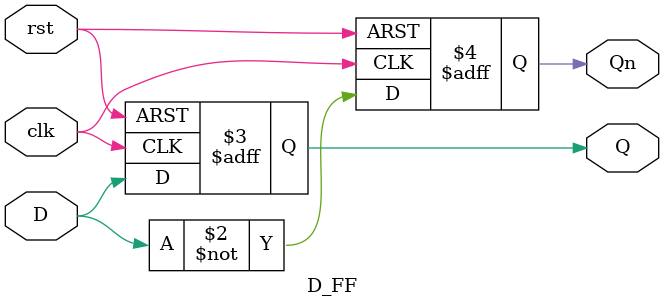
<source format=v>
module D_FF(
    input wire D,    // Data input
    input wire clk,  // Clock input
    input wire rst,  // Asynchronous reset
    output reg Q,    // Output
    output reg Qn    // Inverted Output
);

always @(posedge clk or posedge rst) begin
    if (rst) begin
        Q  <= 1'b0;
        Qn <= 1'b1;
    end else begin
        Q  <= D;
        Qn <= ~D;
    end
end

endmodule
</source>
